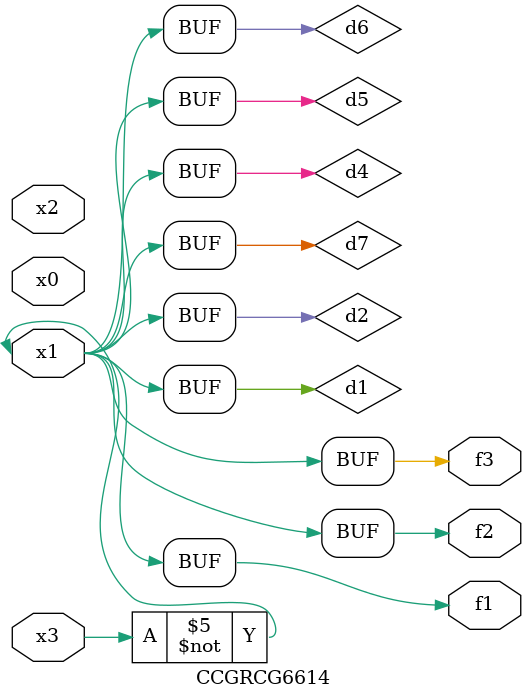
<source format=v>
module CCGRCG6614(
	input x0, x1, x2, x3,
	output f1, f2, f3
);

	wire d1, d2, d3, d4, d5, d6, d7;

	not (d1, x3);
	buf (d2, x1);
	xnor (d3, d1, d2);
	nor (d4, d1);
	buf (d5, d1, d2);
	buf (d6, d4, d5);
	nand (d7, d4);
	assign f1 = d6;
	assign f2 = d7;
	assign f3 = d6;
endmodule

</source>
